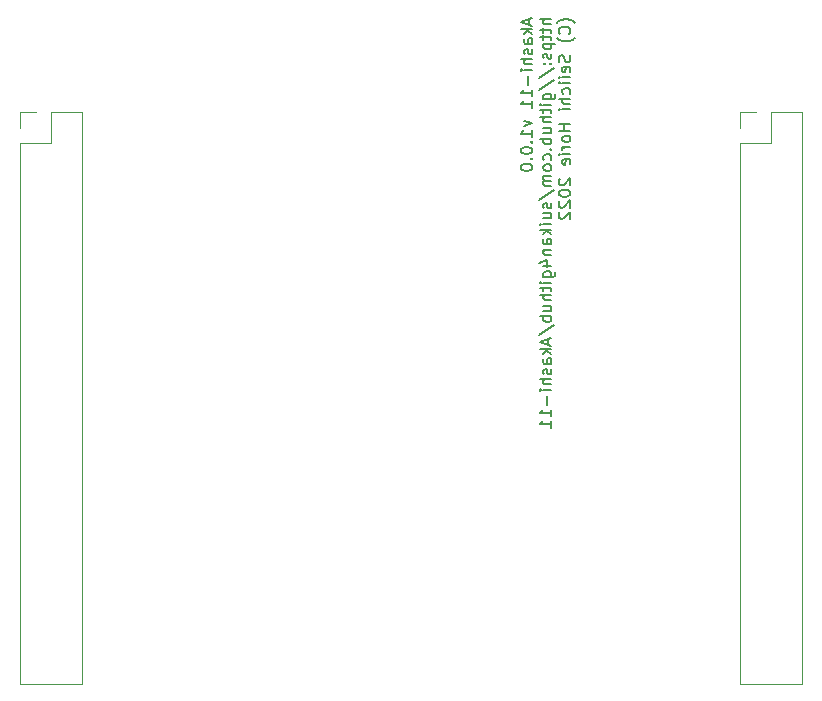
<source format=gbo>
%TF.GenerationSoftware,KiCad,Pcbnew,6.0.2+dfsg-1*%
%TF.CreationDate,2022-12-11T21:53:29+09:00*%
%TF.ProjectId,Akashi-11,416b6173-6869-42d3-9131-2e6b69636164,rev?*%
%TF.SameCoordinates,Original*%
%TF.FileFunction,Legend,Bot*%
%TF.FilePolarity,Positive*%
%FSLAX46Y46*%
G04 Gerber Fmt 4.6, Leading zero omitted, Abs format (unit mm)*
G04 Created by KiCad (PCBNEW 6.0.2+dfsg-1) date 2022-12-11 21:53:29*
%MOMM*%
%LPD*%
G01*
G04 APERTURE LIST*
%ADD10C,0.150000*%
%ADD11C,0.120000*%
G04 APERTURE END LIST*
D10*
X161116666Y-51722976D02*
X161116666Y-52199166D01*
X161402380Y-51627738D02*
X160402380Y-51961071D01*
X161402380Y-52294404D01*
X161402380Y-52627738D02*
X160402380Y-52627738D01*
X161021428Y-52722976D02*
X161402380Y-53008690D01*
X160735714Y-53008690D02*
X161116666Y-52627738D01*
X161402380Y-53865833D02*
X160878571Y-53865833D01*
X160783333Y-53818214D01*
X160735714Y-53722976D01*
X160735714Y-53532500D01*
X160783333Y-53437261D01*
X161354761Y-53865833D02*
X161402380Y-53770595D01*
X161402380Y-53532500D01*
X161354761Y-53437261D01*
X161259523Y-53389642D01*
X161164285Y-53389642D01*
X161069047Y-53437261D01*
X161021428Y-53532500D01*
X161021428Y-53770595D01*
X160973809Y-53865833D01*
X161354761Y-54294404D02*
X161402380Y-54389642D01*
X161402380Y-54580119D01*
X161354761Y-54675357D01*
X161259523Y-54722976D01*
X161211904Y-54722976D01*
X161116666Y-54675357D01*
X161069047Y-54580119D01*
X161069047Y-54437261D01*
X161021428Y-54342023D01*
X160926190Y-54294404D01*
X160878571Y-54294404D01*
X160783333Y-54342023D01*
X160735714Y-54437261D01*
X160735714Y-54580119D01*
X160783333Y-54675357D01*
X161402380Y-55151547D02*
X160402380Y-55151547D01*
X161402380Y-55580119D02*
X160878571Y-55580119D01*
X160783333Y-55532500D01*
X160735714Y-55437261D01*
X160735714Y-55294404D01*
X160783333Y-55199166D01*
X160830952Y-55151547D01*
X161402380Y-56056309D02*
X160735714Y-56056309D01*
X160402380Y-56056309D02*
X160450000Y-56008690D01*
X160497619Y-56056309D01*
X160450000Y-56103928D01*
X160402380Y-56056309D01*
X160497619Y-56056309D01*
X161021428Y-56532500D02*
X161021428Y-57294404D01*
X161402380Y-58294404D02*
X161402380Y-57722976D01*
X161402380Y-58008690D02*
X160402380Y-58008690D01*
X160545238Y-57913452D01*
X160640476Y-57818214D01*
X160688095Y-57722976D01*
X161402380Y-59246785D02*
X161402380Y-58675357D01*
X161402380Y-58961071D02*
X160402380Y-58961071D01*
X160545238Y-58865833D01*
X160640476Y-58770595D01*
X160688095Y-58675357D01*
X160735714Y-60342023D02*
X161402380Y-60580119D01*
X160735714Y-60818214D01*
X161402380Y-61722976D02*
X161402380Y-61151547D01*
X161402380Y-61437261D02*
X160402380Y-61437261D01*
X160545238Y-61342023D01*
X160640476Y-61246785D01*
X160688095Y-61151547D01*
X161307142Y-62151547D02*
X161354761Y-62199166D01*
X161402380Y-62151547D01*
X161354761Y-62103928D01*
X161307142Y-62151547D01*
X161402380Y-62151547D01*
X160402380Y-62818214D02*
X160402380Y-62913452D01*
X160450000Y-63008690D01*
X160497619Y-63056309D01*
X160592857Y-63103928D01*
X160783333Y-63151547D01*
X161021428Y-63151547D01*
X161211904Y-63103928D01*
X161307142Y-63056309D01*
X161354761Y-63008690D01*
X161402380Y-62913452D01*
X161402380Y-62818214D01*
X161354761Y-62722976D01*
X161307142Y-62675357D01*
X161211904Y-62627738D01*
X161021428Y-62580119D01*
X160783333Y-62580119D01*
X160592857Y-62627738D01*
X160497619Y-62675357D01*
X160450000Y-62722976D01*
X160402380Y-62818214D01*
X161307142Y-63580119D02*
X161354761Y-63627738D01*
X161402380Y-63580119D01*
X161354761Y-63532500D01*
X161307142Y-63580119D01*
X161402380Y-63580119D01*
X160402380Y-64246785D02*
X160402380Y-64342023D01*
X160450000Y-64437261D01*
X160497619Y-64484880D01*
X160592857Y-64532500D01*
X160783333Y-64580119D01*
X161021428Y-64580119D01*
X161211904Y-64532500D01*
X161307142Y-64484880D01*
X161354761Y-64437261D01*
X161402380Y-64342023D01*
X161402380Y-64246785D01*
X161354761Y-64151547D01*
X161307142Y-64103928D01*
X161211904Y-64056309D01*
X161021428Y-64008690D01*
X160783333Y-64008690D01*
X160592857Y-64056309D01*
X160497619Y-64103928D01*
X160450000Y-64151547D01*
X160402380Y-64246785D01*
X163012380Y-51770595D02*
X162012380Y-51770595D01*
X163012380Y-52199166D02*
X162488571Y-52199166D01*
X162393333Y-52151547D01*
X162345714Y-52056309D01*
X162345714Y-51913452D01*
X162393333Y-51818214D01*
X162440952Y-51770595D01*
X162345714Y-52532500D02*
X162345714Y-52913452D01*
X162012380Y-52675357D02*
X162869523Y-52675357D01*
X162964761Y-52722976D01*
X163012380Y-52818214D01*
X163012380Y-52913452D01*
X162345714Y-53103928D02*
X162345714Y-53484880D01*
X162012380Y-53246785D02*
X162869523Y-53246785D01*
X162964761Y-53294404D01*
X163012380Y-53389642D01*
X163012380Y-53484880D01*
X162345714Y-53818214D02*
X163345714Y-53818214D01*
X162393333Y-53818214D02*
X162345714Y-53913452D01*
X162345714Y-54103928D01*
X162393333Y-54199166D01*
X162440952Y-54246785D01*
X162536190Y-54294404D01*
X162821904Y-54294404D01*
X162917142Y-54246785D01*
X162964761Y-54199166D01*
X163012380Y-54103928D01*
X163012380Y-53913452D01*
X162964761Y-53818214D01*
X162964761Y-54675357D02*
X163012380Y-54770595D01*
X163012380Y-54961071D01*
X162964761Y-55056309D01*
X162869523Y-55103928D01*
X162821904Y-55103928D01*
X162726666Y-55056309D01*
X162679047Y-54961071D01*
X162679047Y-54818214D01*
X162631428Y-54722976D01*
X162536190Y-54675357D01*
X162488571Y-54675357D01*
X162393333Y-54722976D01*
X162345714Y-54818214D01*
X162345714Y-54961071D01*
X162393333Y-55056309D01*
X162917142Y-55532500D02*
X162964761Y-55580119D01*
X163012380Y-55532500D01*
X162964761Y-55484880D01*
X162917142Y-55532500D01*
X163012380Y-55532500D01*
X162393333Y-55532500D02*
X162440952Y-55580119D01*
X162488571Y-55532500D01*
X162440952Y-55484880D01*
X162393333Y-55532500D01*
X162488571Y-55532500D01*
X161964761Y-56722976D02*
X163250476Y-55865833D01*
X161964761Y-57770595D02*
X163250476Y-56913452D01*
X162345714Y-58532500D02*
X163155238Y-58532500D01*
X163250476Y-58484880D01*
X163298095Y-58437261D01*
X163345714Y-58342023D01*
X163345714Y-58199166D01*
X163298095Y-58103928D01*
X162964761Y-58532500D02*
X163012380Y-58437261D01*
X163012380Y-58246785D01*
X162964761Y-58151547D01*
X162917142Y-58103928D01*
X162821904Y-58056309D01*
X162536190Y-58056309D01*
X162440952Y-58103928D01*
X162393333Y-58151547D01*
X162345714Y-58246785D01*
X162345714Y-58437261D01*
X162393333Y-58532500D01*
X163012380Y-59008690D02*
X162345714Y-59008690D01*
X162012380Y-59008690D02*
X162060000Y-58961071D01*
X162107619Y-59008690D01*
X162060000Y-59056309D01*
X162012380Y-59008690D01*
X162107619Y-59008690D01*
X162345714Y-59342023D02*
X162345714Y-59722976D01*
X162012380Y-59484880D02*
X162869523Y-59484880D01*
X162964761Y-59532500D01*
X163012380Y-59627738D01*
X163012380Y-59722976D01*
X163012380Y-60056309D02*
X162012380Y-60056309D01*
X163012380Y-60484880D02*
X162488571Y-60484880D01*
X162393333Y-60437261D01*
X162345714Y-60342023D01*
X162345714Y-60199166D01*
X162393333Y-60103928D01*
X162440952Y-60056309D01*
X162345714Y-61389642D02*
X163012380Y-61389642D01*
X162345714Y-60961071D02*
X162869523Y-60961071D01*
X162964761Y-61008690D01*
X163012380Y-61103928D01*
X163012380Y-61246785D01*
X162964761Y-61342023D01*
X162917142Y-61389642D01*
X163012380Y-61865833D02*
X162012380Y-61865833D01*
X162393333Y-61865833D02*
X162345714Y-61961071D01*
X162345714Y-62151547D01*
X162393333Y-62246785D01*
X162440952Y-62294404D01*
X162536190Y-62342023D01*
X162821904Y-62342023D01*
X162917142Y-62294404D01*
X162964761Y-62246785D01*
X163012380Y-62151547D01*
X163012380Y-61961071D01*
X162964761Y-61865833D01*
X162917142Y-62770595D02*
X162964761Y-62818214D01*
X163012380Y-62770595D01*
X162964761Y-62722976D01*
X162917142Y-62770595D01*
X163012380Y-62770595D01*
X162964761Y-63675357D02*
X163012380Y-63580119D01*
X163012380Y-63389642D01*
X162964761Y-63294404D01*
X162917142Y-63246785D01*
X162821904Y-63199166D01*
X162536190Y-63199166D01*
X162440952Y-63246785D01*
X162393333Y-63294404D01*
X162345714Y-63389642D01*
X162345714Y-63580119D01*
X162393333Y-63675357D01*
X163012380Y-64246785D02*
X162964761Y-64151547D01*
X162917142Y-64103928D01*
X162821904Y-64056309D01*
X162536190Y-64056309D01*
X162440952Y-64103928D01*
X162393333Y-64151547D01*
X162345714Y-64246785D01*
X162345714Y-64389642D01*
X162393333Y-64484880D01*
X162440952Y-64532500D01*
X162536190Y-64580119D01*
X162821904Y-64580119D01*
X162917142Y-64532500D01*
X162964761Y-64484880D01*
X163012380Y-64389642D01*
X163012380Y-64246785D01*
X163012380Y-65008690D02*
X162345714Y-65008690D01*
X162440952Y-65008690D02*
X162393333Y-65056309D01*
X162345714Y-65151547D01*
X162345714Y-65294404D01*
X162393333Y-65389642D01*
X162488571Y-65437261D01*
X163012380Y-65437261D01*
X162488571Y-65437261D02*
X162393333Y-65484880D01*
X162345714Y-65580119D01*
X162345714Y-65722976D01*
X162393333Y-65818214D01*
X162488571Y-65865833D01*
X163012380Y-65865833D01*
X161964761Y-67056309D02*
X163250476Y-66199166D01*
X162964761Y-67342023D02*
X163012380Y-67437261D01*
X163012380Y-67627738D01*
X162964761Y-67722976D01*
X162869523Y-67770595D01*
X162821904Y-67770595D01*
X162726666Y-67722976D01*
X162679047Y-67627738D01*
X162679047Y-67484880D01*
X162631428Y-67389642D01*
X162536190Y-67342023D01*
X162488571Y-67342023D01*
X162393333Y-67389642D01*
X162345714Y-67484880D01*
X162345714Y-67627738D01*
X162393333Y-67722976D01*
X162345714Y-68627738D02*
X163012380Y-68627738D01*
X162345714Y-68199166D02*
X162869523Y-68199166D01*
X162964761Y-68246785D01*
X163012380Y-68342023D01*
X163012380Y-68484880D01*
X162964761Y-68580119D01*
X162917142Y-68627738D01*
X163012380Y-69103928D02*
X162345714Y-69103928D01*
X162012380Y-69103928D02*
X162060000Y-69056309D01*
X162107619Y-69103928D01*
X162060000Y-69151547D01*
X162012380Y-69103928D01*
X162107619Y-69103928D01*
X163012380Y-69580119D02*
X162012380Y-69580119D01*
X162631428Y-69675357D02*
X163012380Y-69961071D01*
X162345714Y-69961071D02*
X162726666Y-69580119D01*
X163012380Y-70818214D02*
X162488571Y-70818214D01*
X162393333Y-70770595D01*
X162345714Y-70675357D01*
X162345714Y-70484880D01*
X162393333Y-70389642D01*
X162964761Y-70818214D02*
X163012380Y-70722976D01*
X163012380Y-70484880D01*
X162964761Y-70389642D01*
X162869523Y-70342023D01*
X162774285Y-70342023D01*
X162679047Y-70389642D01*
X162631428Y-70484880D01*
X162631428Y-70722976D01*
X162583809Y-70818214D01*
X162345714Y-71294404D02*
X163012380Y-71294404D01*
X162440952Y-71294404D02*
X162393333Y-71342023D01*
X162345714Y-71437261D01*
X162345714Y-71580119D01*
X162393333Y-71675357D01*
X162488571Y-71722976D01*
X163012380Y-71722976D01*
X162345714Y-72627738D02*
X163012380Y-72627738D01*
X161964761Y-72389642D02*
X162679047Y-72151547D01*
X162679047Y-72770595D01*
X162345714Y-73580119D02*
X163155238Y-73580119D01*
X163250476Y-73532500D01*
X163298095Y-73484880D01*
X163345714Y-73389642D01*
X163345714Y-73246785D01*
X163298095Y-73151547D01*
X162964761Y-73580119D02*
X163012380Y-73484880D01*
X163012380Y-73294404D01*
X162964761Y-73199166D01*
X162917142Y-73151547D01*
X162821904Y-73103928D01*
X162536190Y-73103928D01*
X162440952Y-73151547D01*
X162393333Y-73199166D01*
X162345714Y-73294404D01*
X162345714Y-73484880D01*
X162393333Y-73580119D01*
X163012380Y-74056309D02*
X162345714Y-74056309D01*
X162012380Y-74056309D02*
X162060000Y-74008690D01*
X162107619Y-74056309D01*
X162060000Y-74103928D01*
X162012380Y-74056309D01*
X162107619Y-74056309D01*
X162345714Y-74389642D02*
X162345714Y-74770595D01*
X162012380Y-74532500D02*
X162869523Y-74532500D01*
X162964761Y-74580119D01*
X163012380Y-74675357D01*
X163012380Y-74770595D01*
X163012380Y-75103928D02*
X162012380Y-75103928D01*
X163012380Y-75532500D02*
X162488571Y-75532500D01*
X162393333Y-75484880D01*
X162345714Y-75389642D01*
X162345714Y-75246785D01*
X162393333Y-75151547D01*
X162440952Y-75103928D01*
X162345714Y-76437261D02*
X163012380Y-76437261D01*
X162345714Y-76008690D02*
X162869523Y-76008690D01*
X162964761Y-76056309D01*
X163012380Y-76151547D01*
X163012380Y-76294404D01*
X162964761Y-76389642D01*
X162917142Y-76437261D01*
X163012380Y-76913452D02*
X162012380Y-76913452D01*
X162393333Y-76913452D02*
X162345714Y-77008690D01*
X162345714Y-77199166D01*
X162393333Y-77294404D01*
X162440952Y-77342023D01*
X162536190Y-77389642D01*
X162821904Y-77389642D01*
X162917142Y-77342023D01*
X162964761Y-77294404D01*
X163012380Y-77199166D01*
X163012380Y-77008690D01*
X162964761Y-76913452D01*
X161964761Y-78532500D02*
X163250476Y-77675357D01*
X162726666Y-78818214D02*
X162726666Y-79294404D01*
X163012380Y-78722976D02*
X162012380Y-79056309D01*
X163012380Y-79389642D01*
X163012380Y-79722976D02*
X162012380Y-79722976D01*
X162631428Y-79818214D02*
X163012380Y-80103928D01*
X162345714Y-80103928D02*
X162726666Y-79722976D01*
X163012380Y-80961071D02*
X162488571Y-80961071D01*
X162393333Y-80913452D01*
X162345714Y-80818214D01*
X162345714Y-80627738D01*
X162393333Y-80532499D01*
X162964761Y-80961071D02*
X163012380Y-80865833D01*
X163012380Y-80627738D01*
X162964761Y-80532499D01*
X162869523Y-80484880D01*
X162774285Y-80484880D01*
X162679047Y-80532499D01*
X162631428Y-80627738D01*
X162631428Y-80865833D01*
X162583809Y-80961071D01*
X162964761Y-81389642D02*
X163012380Y-81484880D01*
X163012380Y-81675357D01*
X162964761Y-81770595D01*
X162869523Y-81818214D01*
X162821904Y-81818214D01*
X162726666Y-81770595D01*
X162679047Y-81675357D01*
X162679047Y-81532499D01*
X162631428Y-81437261D01*
X162536190Y-81389642D01*
X162488571Y-81389642D01*
X162393333Y-81437261D01*
X162345714Y-81532499D01*
X162345714Y-81675357D01*
X162393333Y-81770595D01*
X163012380Y-82246785D02*
X162012380Y-82246785D01*
X163012380Y-82675357D02*
X162488571Y-82675357D01*
X162393333Y-82627738D01*
X162345714Y-82532499D01*
X162345714Y-82389642D01*
X162393333Y-82294404D01*
X162440952Y-82246785D01*
X163012380Y-83151547D02*
X162345714Y-83151547D01*
X162012380Y-83151547D02*
X162060000Y-83103928D01*
X162107619Y-83151547D01*
X162060000Y-83199166D01*
X162012380Y-83151547D01*
X162107619Y-83151547D01*
X162631428Y-83627738D02*
X162631428Y-84389642D01*
X163012380Y-85389642D02*
X163012380Y-84818214D01*
X163012380Y-85103928D02*
X162012380Y-85103928D01*
X162155238Y-85008690D01*
X162250476Y-84913452D01*
X162298095Y-84818214D01*
X163012380Y-86342023D02*
X163012380Y-85770595D01*
X163012380Y-86056309D02*
X162012380Y-86056309D01*
X162155238Y-85961071D01*
X162250476Y-85865833D01*
X162298095Y-85770595D01*
X165003333Y-52056309D02*
X164955714Y-52008690D01*
X164812857Y-51913452D01*
X164717619Y-51865833D01*
X164574761Y-51818214D01*
X164336666Y-51770595D01*
X164146190Y-51770595D01*
X163908095Y-51818214D01*
X163765238Y-51865833D01*
X163670000Y-51913452D01*
X163527142Y-52008690D01*
X163479523Y-52056309D01*
X164527142Y-53008690D02*
X164574761Y-52961071D01*
X164622380Y-52818214D01*
X164622380Y-52722976D01*
X164574761Y-52580119D01*
X164479523Y-52484880D01*
X164384285Y-52437261D01*
X164193809Y-52389642D01*
X164050952Y-52389642D01*
X163860476Y-52437261D01*
X163765238Y-52484880D01*
X163670000Y-52580119D01*
X163622380Y-52722976D01*
X163622380Y-52818214D01*
X163670000Y-52961071D01*
X163717619Y-53008690D01*
X165003333Y-53342023D02*
X164955714Y-53389642D01*
X164812857Y-53484880D01*
X164717619Y-53532500D01*
X164574761Y-53580119D01*
X164336666Y-53627738D01*
X164146190Y-53627738D01*
X163908095Y-53580119D01*
X163765238Y-53532500D01*
X163670000Y-53484880D01*
X163527142Y-53389642D01*
X163479523Y-53342023D01*
X164574761Y-54818214D02*
X164622380Y-54961071D01*
X164622380Y-55199166D01*
X164574761Y-55294404D01*
X164527142Y-55342023D01*
X164431904Y-55389642D01*
X164336666Y-55389642D01*
X164241428Y-55342023D01*
X164193809Y-55294404D01*
X164146190Y-55199166D01*
X164098571Y-55008690D01*
X164050952Y-54913452D01*
X164003333Y-54865833D01*
X163908095Y-54818214D01*
X163812857Y-54818214D01*
X163717619Y-54865833D01*
X163670000Y-54913452D01*
X163622380Y-55008690D01*
X163622380Y-55246785D01*
X163670000Y-55389642D01*
X164574761Y-56199166D02*
X164622380Y-56103928D01*
X164622380Y-55913452D01*
X164574761Y-55818214D01*
X164479523Y-55770595D01*
X164098571Y-55770595D01*
X164003333Y-55818214D01*
X163955714Y-55913452D01*
X163955714Y-56103928D01*
X164003333Y-56199166D01*
X164098571Y-56246785D01*
X164193809Y-56246785D01*
X164289047Y-55770595D01*
X164622380Y-56675357D02*
X163955714Y-56675357D01*
X163622380Y-56675357D02*
X163670000Y-56627738D01*
X163717619Y-56675357D01*
X163670000Y-56722976D01*
X163622380Y-56675357D01*
X163717619Y-56675357D01*
X164622380Y-57151547D02*
X163955714Y-57151547D01*
X163622380Y-57151547D02*
X163670000Y-57103928D01*
X163717619Y-57151547D01*
X163670000Y-57199166D01*
X163622380Y-57151547D01*
X163717619Y-57151547D01*
X164574761Y-58056309D02*
X164622380Y-57961071D01*
X164622380Y-57770595D01*
X164574761Y-57675357D01*
X164527142Y-57627738D01*
X164431904Y-57580119D01*
X164146190Y-57580119D01*
X164050952Y-57627738D01*
X164003333Y-57675357D01*
X163955714Y-57770595D01*
X163955714Y-57961071D01*
X164003333Y-58056309D01*
X164622380Y-58484880D02*
X163622380Y-58484880D01*
X164622380Y-58913452D02*
X164098571Y-58913452D01*
X164003333Y-58865833D01*
X163955714Y-58770595D01*
X163955714Y-58627738D01*
X164003333Y-58532500D01*
X164050952Y-58484880D01*
X164622380Y-59389642D02*
X163955714Y-59389642D01*
X163622380Y-59389642D02*
X163670000Y-59342023D01*
X163717619Y-59389642D01*
X163670000Y-59437261D01*
X163622380Y-59389642D01*
X163717619Y-59389642D01*
X164622380Y-60627738D02*
X163622380Y-60627738D01*
X164098571Y-60627738D02*
X164098571Y-61199166D01*
X164622380Y-61199166D02*
X163622380Y-61199166D01*
X164622380Y-61818214D02*
X164574761Y-61722976D01*
X164527142Y-61675357D01*
X164431904Y-61627738D01*
X164146190Y-61627738D01*
X164050952Y-61675357D01*
X164003333Y-61722976D01*
X163955714Y-61818214D01*
X163955714Y-61961071D01*
X164003333Y-62056309D01*
X164050952Y-62103928D01*
X164146190Y-62151547D01*
X164431904Y-62151547D01*
X164527142Y-62103928D01*
X164574761Y-62056309D01*
X164622380Y-61961071D01*
X164622380Y-61818214D01*
X164622380Y-62580119D02*
X163955714Y-62580119D01*
X164146190Y-62580119D02*
X164050952Y-62627738D01*
X164003333Y-62675357D01*
X163955714Y-62770595D01*
X163955714Y-62865833D01*
X164622380Y-63199166D02*
X163955714Y-63199166D01*
X163622380Y-63199166D02*
X163670000Y-63151547D01*
X163717619Y-63199166D01*
X163670000Y-63246785D01*
X163622380Y-63199166D01*
X163717619Y-63199166D01*
X164574761Y-64056309D02*
X164622380Y-63961071D01*
X164622380Y-63770595D01*
X164574761Y-63675357D01*
X164479523Y-63627738D01*
X164098571Y-63627738D01*
X164003333Y-63675357D01*
X163955714Y-63770595D01*
X163955714Y-63961071D01*
X164003333Y-64056309D01*
X164098571Y-64103928D01*
X164193809Y-64103928D01*
X164289047Y-63627738D01*
X163717619Y-65246785D02*
X163670000Y-65294404D01*
X163622380Y-65389642D01*
X163622380Y-65627738D01*
X163670000Y-65722976D01*
X163717619Y-65770595D01*
X163812857Y-65818214D01*
X163908095Y-65818214D01*
X164050952Y-65770595D01*
X164622380Y-65199166D01*
X164622380Y-65818214D01*
X163622380Y-66437261D02*
X163622380Y-66532500D01*
X163670000Y-66627738D01*
X163717619Y-66675357D01*
X163812857Y-66722976D01*
X164003333Y-66770595D01*
X164241428Y-66770595D01*
X164431904Y-66722976D01*
X164527142Y-66675357D01*
X164574761Y-66627738D01*
X164622380Y-66532500D01*
X164622380Y-66437261D01*
X164574761Y-66342023D01*
X164527142Y-66294404D01*
X164431904Y-66246785D01*
X164241428Y-66199166D01*
X164003333Y-66199166D01*
X163812857Y-66246785D01*
X163717619Y-66294404D01*
X163670000Y-66342023D01*
X163622380Y-66437261D01*
X163717619Y-67151547D02*
X163670000Y-67199166D01*
X163622380Y-67294404D01*
X163622380Y-67532500D01*
X163670000Y-67627738D01*
X163717619Y-67675357D01*
X163812857Y-67722976D01*
X163908095Y-67722976D01*
X164050952Y-67675357D01*
X164622380Y-67103928D01*
X164622380Y-67722976D01*
X163717619Y-68103928D02*
X163670000Y-68151547D01*
X163622380Y-68246785D01*
X163622380Y-68484880D01*
X163670000Y-68580119D01*
X163717619Y-68627738D01*
X163812857Y-68675357D01*
X163908095Y-68675357D01*
X164050952Y-68627738D01*
X164622380Y-68056309D01*
X164622380Y-68675357D01*
D11*
%TO.C,CN10*%
X184210000Y-59630000D02*
X181610000Y-59630000D01*
X180340000Y-59630000D02*
X179010000Y-59630000D01*
X179010000Y-59630000D02*
X179010000Y-60960000D01*
X181610000Y-62230000D02*
X179010000Y-62230000D01*
X179010000Y-62230000D02*
X179010000Y-108010000D01*
X184210000Y-108010000D02*
X179010000Y-108010000D01*
X184210000Y-59630000D02*
X184210000Y-108010000D01*
X181610000Y-59630000D02*
X181610000Y-62230000D01*
%TO.C,CN7*%
X123250000Y-108010000D02*
X118050000Y-108010000D01*
X123250000Y-59630000D02*
X120650000Y-59630000D01*
X123250000Y-59630000D02*
X123250000Y-108010000D01*
X119380000Y-59630000D02*
X118050000Y-59630000D01*
X120650000Y-62230000D02*
X118050000Y-62230000D01*
X118050000Y-62230000D02*
X118050000Y-108010000D01*
X120650000Y-59630000D02*
X120650000Y-62230000D01*
X118050000Y-59630000D02*
X118050000Y-60960000D01*
%TD*%
M02*

</source>
